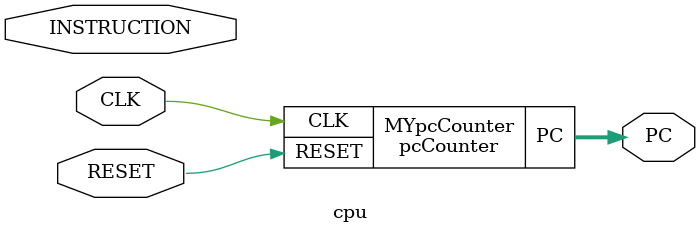
<source format=v>



// (1) iverilog -o cpu.vvp cpu.v
// (2) vvp cpu.vvp
// (3) gtkwave cpu_wavedata.vcd   

///////////////////////////////////////////////////////
module testbench;

reg CLK;
reg RESET;
reg [7:0] bytemem [1023:0];    //creating memory one byte(8bit)
wire [31:0] PC;                // to hold pc value
wire [31:0] INSTRUCTION;       // to hold one instruction


//creating instruction memory as array of bytes
initial
begin
{bytemem[3] , bytemem[2] , bytemem[1] ,bytemem[0]}     = 32'b00001000000001100000000001100100;      // loadi   6  0x64 
{bytemem[7] , bytemem[6] , bytemem[5] ,bytemem[4]}     = 32'b00001000000001010000000000011110;		// loadi   5  0x1E  
{bytemem[11] , bytemem[10] , bytemem[9] ,bytemem[8]}   = 32'b00001000000000110000000011001110;		// loadi  3  0xCE
{bytemem[15] , bytemem[14] , bytemem[13] ,bytemem[12]} = 32'b00000001000001000000011000000011;		// add     4 6 3
{bytemem[19] , bytemem[18] , bytemem[17] ,bytemem[16]} = 32'b00000010000000100000010000000101;		// and   2 4 5
{bytemem[23] , bytemem[22] , bytemem[21] ,bytemem[20]} = 32'b00000011000000010000001000000011;		// or   1 2 3
{bytemem[27] , bytemem[26] , bytemem[25] ,bytemem[24]} = 32'b00000000000001110000000000000110;		// mov    7 6
{bytemem[31] , bytemem[30] , bytemem[29] ,bytemem[28]} = 32'b00001001000001000000011100000011;		// sub    4 7 3

end

// Instantiating modules
// In my design. there are two main modules as diagram in lab sheet. 
// They are cpu module and IntrucMemRead  module
// I create seperate module for Instruction memoey read.
// But there was a guideline to implement intruction memory inside testbench module, So i keep memory array inside testbench.
 
 cpu mycpu(PC,INSTRUCTION,CLK,RESET);
 IntrucMemRead MYIntrucMemRead({bytemem[PC+3] , bytemem[PC+2] , bytemem[PC+1] ,bytemem[PC]},PC,INSTRUCTION); 
   

 
 
initial
begin
	    $monitor($time," clc = %b   PC= %d   RESET = %b",CLK,PC,RESET); // show clk pc and reset values in cmd with the time
	    $dumpfile("cpu_wavedata.vcd");                                   // generate files needed to plot the waveform using GTKWave                
		$dumpvars(0, testbench);                                     //dmp all the  vaariables in tesbench as well as inside modules.
 
 end
 
 initial
begin         //initial reset
    
	CLK=1'b1;
	RESET =0;
	#4;
	RESET=1'b1;#4;
	RESET =0;
	
end


always #5 CLK=~CLK;      //making clock signal

initial
begin

	#110 $finish;         //stop 100 time units from start/
end

 
 endmodule
 
///////////////////////////////////////////////////////////// 
// module for pc counting
/////////////////////////////////////////////////////////////
module pcCounter (PC,CLK,RESET);       
input CLK;
input RESET;
output reg [31:0] PC;              
wire [31:0] NextPC; 


always @(posedge CLK)
begin
if(!RESET) 
begin 
    
	#1;                 //pc update delay
	PC<=NextPC;         //pc update

end
end

always @(posedge RESET)
begin
    
	    #1;
	PC<= -4;	//if reset -> pc << -4

end


PCadder MYpcadder (PC,NextPC); //pc increment via dedicated adder**

endmodule

/////////////////////////////////////////////////////////////////////
//module for dedicated adder to increment pc value parallel to instruction read.
////////////////////////////////////////////////////////////////////

module PCadder (NowPC , NextPC);
output reg [31:0] NextPC;    
input [31:0] NowPC ;

always @ (NowPC) begin
#2;                     //dedicated adder delay
NextPC = NowPC +3'd004;//add pc to 4 to go to next instruction
end
endmodule

//////////////////////////////////////////////
// module for Instruction memoey reading.
//////////////////////////////////////////////
module IntrucMemRead (WORD,PC,INSTRUCTION); 
 

input [31:0] PC;      
input [31:0] WORD;
output reg [31:0] INSTRUCTION;


   always @ (PC) begin
      #2;                     // instruction reading delay
      INSTRUCTION <= WORD ;   //instruction reading position
   
   end


endmodule

//////////////////////////////////////////////////////////////////////
//module for control unit
///////////////////////////////////////////////////////////////////////

module CU(OUT1address,OUT2address,IN2address,Immediate,ALUOP,imm_signal,compli_signal,INSTRUCTION,WRITE);

input [31:0] INSTRUCTION;
output reg [7:0] Immediate;
output reg imm_signal;
output reg [2:0] ALUOP;
output reg [2:0] OUT1address;
output reg [2:0] OUT2address;
output reg [2:0] IN2address;
output reg compli_signal,WRITE;




always @(INSTRUCTION)
 
begin
	
	//fletch the values of the instruction[23:0] 
	
	 OUT2address <= INSTRUCTION[2:0];
	OUT1address <= INSTRUCTION[10:8];
	Immediate <= INSTRUCTION[7:0];	
	IN2address <= INSTRUCTION[18:16];
	
	//fletch the values of the instruction[31:24] 
	//control logic for the incoming OPCODE
	
    #1;          //decoding delay	
   ALUOP <= INSTRUCTION[26:24];   //make the aluop
   
    //generating the signals for muxs.  
	
	imm_signal = 1'b0;       //immediate signal    
	compli_signal = 1'b0;     //compliment signal
	
	case (INSTRUCTION[31:24])
		8'b00001000:
		      begin
			imm_signal = 1'b1;  //enabale the immediate signal
			WRITE =1'b1;       //write is enable for all the operations in this stage
			end
			
		8'b00001001:		
		begin
			compli_signal = 1'b1;  //enabal compliment signal 
			WRITE =1'b1;          //write is enable for all the operations in this stage
			end
		default:WRITE =1'b1;      ////write is enable for all the operations in this stage
	endcase
	
end

endmodule

////////////////////////////////////////////////////////////////////
 //making mux module
//////////////////////////////////////////////////////////////////

module MUX(OUT,SELECT,INPUT1,INPUT2); 

input SELECT;
input [7:0] INPUT1,INPUT2;
output reg [7:0] OUT;
always @ (INPUT1 or INPUT2 or SELECT)   //mux have to generate output whenever inputsignals get changed
begin
	if (SELECT==1) 
		OUT = INPUT1;   //selecting inputs for output
	else 
		OUT = INPUT2;
end

endmodule

//////////////////////////////////////////////////////////////////
//module for making two's compliment
//////////////////////////////////////////////////////////////////

module compliment(OUT,IN);   
output [7:0] OUT;
input [7:0] IN;

assign OUT= ~IN+1'b1;

endmodule

///////////////////////////////////////////////////////////////////
//module for rejister file
///////////////////////////////////////////////////////////////////

module reg_file(IN,OUT1,OUT2,IN2address,OUT1address,OUT2address,WRITE,CLK,RESET);
           
            
               input [7:0] IN;
		
               output reg [7:0] OUT1;
               output reg [7:0] OUT2;
					
               input [2:0] IN2address ;
               input [2:0] OUT1address;
               input [2:0] OUT2address;
   	           input WRITE;
	           input CLK;
		       input RESET ; 
   
                         
   reg [7:0] regMem [7:0];  //creating  spaces for registers

    integer i; //itterative variable

    always @(posedge CLK) //to syncronize the register
      begin
       
        if (WRITE) begin
            #2;                         //adding WRITE delay
			regMem[IN2address] <= IN;   //writing in to register
			
        end   
		
      end 
	
    always @(OUT1,OUT2,IN2address,OUT1address,OUT2address,WRITE,CLK,RESET) 
	  begin 
            #2;                           // adding read delay
			OUT1 = regMem[OUT1address];  // reading form register which have OUT1address to OUT1
           OUT2 = regMem[OUT2address];  //reading from register which have OUT2address to OUT2
	  end




	  
	always @(*) 
	  begin
	   if (RESET) begin
		     #2;                         //adding RESET delay8
			 			 
            for (i=0; i<8; i=i+1)
                regMem[i] <= 0;      // RESETing registers > make them zero
        end
	  end
	  
	
endmodule

//////////////////////////////////////////////////////
//module for ALU
/////////////////////////////////////////////////////

module alu(DATA1,DATA2,RESULT,SELECT); 
input [7:0] DATA1,DATA2;
input [2:0] SELECT;
output reg [7:0] RESULT;

always@(DATA1,DATA2,SELECT)
begin
case(SELECT)
3'b000: 
     begin #1;RESULT =DATA2; //delay for FORWARD and FORWARD operation
	 end

3'b001:begin #2; RESULT =DATA1+DATA2; //delay for ADD and ADD operation
       end
3'b010: begin #1; RESULT =DATA1&DATA2;  //delay for the AND and AND operation
        end

3'b011:  begin #1; RESULT =DATA1|DATA2; //delay for OR and OR operation
    end
endcase
end
endmodule

/////////////////////////////////////////////////
//module for cpu
//In my cpu design, cpu module have all the module exept instuction read module
/////////////////////////////////////////////////

module cpu(PC,INSTRUCTION,CLK,RESET);
input RESET;
input CLK;

wire [2:0] SELECT;
output  [31:0] PC;
input [31:0] INSTRUCTION;
wire [2:0] OUT1address,OUT2address,IN2address;
wire [7:0] Immediate,OUT2,DATA2,MUX1OUT,RESULT,OUT1,MUX2OUT;
wire compli_signal,imm_signal;
wire WRITE;


//module instantiating
pcCounter MYpcCounter(PC,CLK,RESET); 
CU MYcu(OUT1address,OUT2address,IN2address,Immediate,SELECT,imm_signal,compli_signal,INSTRUCTION,WRITE);
reg_file MYregister1(RESULT,OUT1,OUT2,IN2address,OUT1address,OUT2address,WRITE,CLK,RESET);
compliment mycomp(DATA2,OUT2);
MUX MUX1(MUX1OUT,compli_signal,DATA2,OUT2);
MUX MUX2(MUX2OUT,imm_signal,Immediate,MUX1OUT);
alu MYalu(OUT1,MUX2OUT,RESULT,SELECT);
//reg_file MYregister2(RESULT,OUT1,OUT2,IN2address,OUT1address,OUT2address,WRITE,CLK,RESET);
endmodule
</source>
